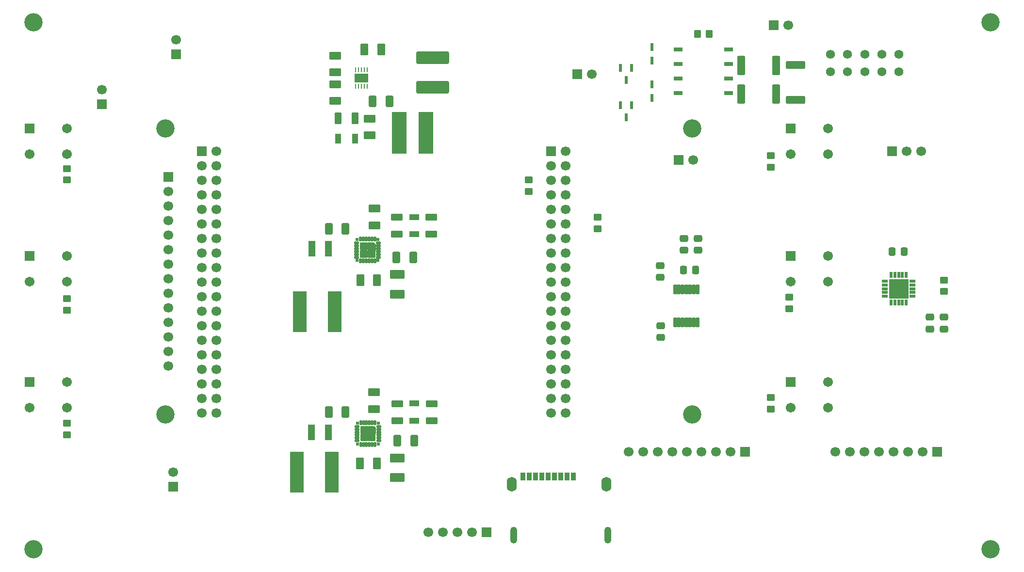
<source format=gbr>
%TF.GenerationSoftware,KiCad,Pcbnew,9.0.7*%
%TF.CreationDate,2026-02-03T11:04:19-04:00*%
%TF.ProjectId,power regulation,706f7765-7220-4726-9567-756c6174696f,1*%
%TF.SameCoordinates,Original*%
%TF.FileFunction,Soldermask,Top*%
%TF.FilePolarity,Negative*%
%FSLAX46Y46*%
G04 Gerber Fmt 4.6, Leading zero omitted, Abs format (unit mm)*
G04 Created by KiCad (PCBNEW 9.0.7) date 2026-02-03 11:04:19*
%MOMM*%
%LPD*%
G01*
G04 APERTURE LIST*
G04 Aperture macros list*
%AMRoundRect*
0 Rectangle with rounded corners*
0 $1 Rounding radius*
0 $2 $3 $4 $5 $6 $7 $8 $9 X,Y pos of 4 corners*
0 Add a 4 corners polygon primitive as box body*
4,1,4,$2,$3,$4,$5,$6,$7,$8,$9,$2,$3,0*
0 Add four circle primitives for the rounded corners*
1,1,$1+$1,$2,$3*
1,1,$1+$1,$4,$5*
1,1,$1+$1,$6,$7*
1,1,$1+$1,$8,$9*
0 Add four rect primitives between the rounded corners*
20,1,$1+$1,$2,$3,$4,$5,0*
20,1,$1+$1,$4,$5,$6,$7,0*
20,1,$1+$1,$6,$7,$8,$9,0*
20,1,$1+$1,$8,$9,$2,$3,0*%
G04 Aperture macros list end*
%ADD10C,0.010000*%
%ADD11R,2.463800X7.112000*%
%ADD12R,1.700000X1.700000*%
%ADD13C,1.700000*%
%ADD14R,1.803400X1.117600*%
%ADD15RoundRect,0.250000X0.450000X-0.350000X0.450000X0.350000X-0.450000X0.350000X-0.450000X-0.350000X0*%
%ADD16RoundRect,0.250000X-0.475000X0.337500X-0.475000X-0.337500X0.475000X-0.337500X0.475000X0.337500X0*%
%ADD17R,0.584200X1.473200*%
%ADD18R,1.168400X2.692400*%
%ADD19RoundRect,0.175500X0.526500X0.836500X-0.526500X0.836500X-0.526500X-0.836500X0.526500X-0.836500X0*%
%ADD20C,3.200000*%
%ADD21RoundRect,0.102000X0.885000X-0.525000X0.885000X0.525000X-0.885000X0.525000X-0.885000X-0.525000X0*%
%ADD22RoundRect,0.102000X-0.754000X-0.754000X0.754000X-0.754000X0.754000X0.754000X-0.754000X0.754000X0*%
%ADD23C,1.712000*%
%ADD24RoundRect,0.102000X0.525000X0.885000X-0.525000X0.885000X-0.525000X-0.885000X0.525000X-0.885000X0*%
%ADD25RoundRect,0.249999X1.425001X-0.450001X1.425001X0.450001X-1.425001X0.450001X-1.425001X-0.450001X0*%
%ADD26RoundRect,0.102000X-1.150000X0.625000X-1.150000X-0.625000X1.150000X-0.625000X1.150000X0.625000X0*%
%ADD27RoundRect,0.275500X2.586500X-0.826500X2.586500X0.826500X-2.586500X0.826500X-2.586500X-0.826500X0*%
%ADD28RoundRect,0.250000X-0.350000X-0.450000X0.350000X-0.450000X0.350000X0.450000X-0.350000X0.450000X0*%
%ADD29R,0.508000X1.320800*%
%ADD30R,1.117600X1.803400*%
%ADD31RoundRect,0.175500X-0.836500X0.526500X-0.836500X-0.526500X0.836500X-0.526500X0.836500X0.526500X0*%
%ADD32RoundRect,0.170500X-0.511500X-0.816500X0.511500X-0.816500X0.511500X0.816500X-0.511500X0.816500X0*%
%ADD33RoundRect,0.102000X-0.885000X0.570000X-0.885000X-0.570000X0.885000X-0.570000X0.885000X0.570000X0*%
%ADD34R,1.650000X0.700000*%
%ADD35RoundRect,0.065500X0.456500X0.196500X-0.456500X0.196500X-0.456500X-0.196500X0.456500X-0.196500X0*%
%ADD36RoundRect,0.065500X0.196500X0.456500X-0.196500X0.456500X-0.196500X-0.456500X0.196500X-0.456500X0*%
%ADD37RoundRect,0.102000X1.625000X1.625000X-1.625000X1.625000X-1.625000X-1.625000X1.625000X-1.625000X0*%
%ADD38RoundRect,0.250000X0.475000X-0.337500X0.475000X0.337500X-0.475000X0.337500X-0.475000X-0.337500X0*%
%ADD39RoundRect,0.170500X0.511500X0.816500X-0.511500X0.816500X-0.511500X-0.816500X0.511500X-0.816500X0*%
%ADD40RoundRect,0.249999X-0.450001X-1.425001X0.450001X-1.425001X0.450001X1.425001X-0.450001X1.425001X0*%
%ADD41RoundRect,0.102000X-0.350000X-0.600000X0.350000X-0.600000X0.350000X0.600000X-0.350000X0.600000X0*%
%ADD42O,1.754000X2.554000*%
%ADD43O,1.254000X2.904000*%
%ADD44RoundRect,0.250000X0.337500X0.475000X-0.337500X0.475000X-0.337500X-0.475000X0.337500X-0.475000X0*%
%ADD45RoundRect,0.102000X0.885000X-0.565000X0.885000X0.565000X-0.885000X0.565000X-0.885000X-0.565000X0*%
%ADD46RoundRect,0.250000X-0.450000X0.350000X-0.450000X-0.350000X0.450000X-0.350000X0.450000X0.350000X0*%
%ADD47RoundRect,0.102000X-0.125000X0.350000X-0.125000X-0.350000X0.125000X-0.350000X0.125000X0.350000X0*%
%ADD48RoundRect,0.102000X-0.350000X0.125000X-0.350000X-0.125000X0.350000X-0.125000X0.350000X0.125000X0*%
%ADD49RoundRect,0.102000X-0.562500X0.562500X-0.562500X-0.562500X0.562500X-0.562500X0.562500X0.562500X0*%
%ADD50RoundRect,0.102000X-0.187500X0.187500X-0.187500X-0.187500X0.187500X-0.187500X0.187500X0.187500X0*%
%ADD51R,0.254000X0.812800*%
%ADD52R,2.483491X1.558110*%
%ADD53C,1.574800*%
%ADD54RoundRect,0.175500X0.836500X-0.526500X0.836500X0.526500X-0.836500X0.526500X-0.836500X-0.526500X0*%
%ADD55RoundRect,0.102000X-0.885000X0.525000X-0.885000X-0.525000X0.885000X-0.525000X0.885000X0.525000X0*%
%ADD56RoundRect,0.076750X-0.230250X0.775250X-0.230250X-0.775250X0.230250X-0.775250X0.230250X0.775250X0*%
%ADD57RoundRect,0.175500X-0.526500X-0.836500X0.526500X-0.836500X0.526500X0.836500X-0.526500X0.836500X0*%
%ADD58R,2.590800X7.289800*%
G04 APERTURE END LIST*
D10*
%TO.C,U2*%
X133137500Y-84708000D02*
X133137500Y-85750000D01*
X131812500Y-85750000D01*
X131812500Y-84425000D01*
X132854500Y-84425000D01*
X133137500Y-84708000D01*
G36*
X133137500Y-84708000D02*
G01*
X133137500Y-85750000D01*
X131812500Y-85750000D01*
X131812500Y-84425000D01*
X132854500Y-84425000D01*
X133137500Y-84708000D01*
G37*
%TO.C,U1*%
X133184500Y-116765500D02*
X133184500Y-117807500D01*
X131859500Y-117807500D01*
X131859500Y-116482500D01*
X132901500Y-116482500D01*
X133184500Y-116765500D01*
G36*
X133184500Y-116765500D02*
G01*
X133184500Y-117807500D01*
X131859500Y-117807500D01*
X131859500Y-116482500D01*
X132901500Y-116482500D01*
X133184500Y-116765500D01*
G37*
%TD*%
D11*
%TO.C,C18*%
X125573400Y-124500000D03*
X119426600Y-124500000D03*
%TD*%
%TO.C,C28*%
X119926600Y-96500000D03*
X126073400Y-96500000D03*
%TD*%
D12*
%TO.C,STM_CN10*%
X163862500Y-68500000D03*
D13*
X166402500Y-68500000D03*
X163862500Y-71040000D03*
X166402500Y-71040000D03*
X163862500Y-73580000D03*
X166402500Y-73580000D03*
X163862500Y-76120000D03*
X166402500Y-76120000D03*
X163862500Y-78660000D03*
X166402500Y-78660000D03*
X163862500Y-81200000D03*
X166402500Y-81200000D03*
X163862500Y-83740000D03*
X166402500Y-83740000D03*
X163862500Y-86280000D03*
X166402500Y-86280000D03*
X163862500Y-88820000D03*
X166402500Y-88820000D03*
X163862500Y-91360000D03*
X166402500Y-91360000D03*
X163862500Y-93900000D03*
X166402500Y-93900000D03*
X163862500Y-96440000D03*
X166402500Y-96440000D03*
X163862500Y-98980000D03*
X166402500Y-98980000D03*
X163862500Y-101520000D03*
X166402500Y-101520000D03*
X163862500Y-104060000D03*
X166402500Y-104060000D03*
X163862500Y-106600000D03*
X166402500Y-106600000D03*
X163862500Y-109140000D03*
X166402500Y-109140000D03*
X163862500Y-111680000D03*
X166402500Y-111680000D03*
X163862500Y-114220000D03*
X166402500Y-114220000D03*
%TD*%
D12*
%TO.C,J1*%
X168412500Y-55000000D03*
D13*
X170952500Y-55000000D03*
%TD*%
D14*
%TO.C,C26*%
X139912500Y-80001400D03*
X139912500Y-82998600D03*
%TD*%
D15*
%TO.C,RB2*%
X79337500Y-96250000D03*
X79337500Y-94250000D03*
%TD*%
D16*
%TO.C,C40*%
X229912500Y-97462500D03*
X229912500Y-99537500D03*
%TD*%
D17*
%TO.C,M1*%
X177862501Y-53933200D03*
X175962499Y-53933200D03*
X176912500Y-56066800D03*
%TD*%
D18*
%TO.C,L1*%
X124932700Y-117557500D03*
X121986300Y-117557500D03*
%TD*%
D19*
%TO.C,C13*%
X133419500Y-123057500D03*
X130499500Y-123057500D03*
%TD*%
D12*
%TO.C,+ Ref_Res -*%
X202725000Y-46500000D03*
D13*
X205265000Y-46500000D03*
%TD*%
D20*
%TO.C,REF\u002A\u002A*%
X240500000Y-46000000D03*
%TD*%
D21*
%TO.C,R23*%
X142912500Y-82970000D03*
X142912500Y-80000000D03*
%TD*%
D22*
%TO.C,PB-5*%
X205662500Y-86750000D03*
D23*
X212162500Y-86750000D03*
X205662500Y-91250000D03*
X212162500Y-91250000D03*
%TD*%
D24*
%TO.C,R32*%
X129647500Y-62750000D03*
X126677500Y-62750000D03*
%TD*%
D25*
%TO.C,Rref*%
X206500000Y-59550000D03*
X206500000Y-53450000D03*
%TD*%
D26*
%TO.C,R11*%
X136959500Y-122057500D03*
X136959500Y-125507500D03*
%TD*%
D27*
%TO.C,C31*%
X143162500Y-57355000D03*
X143162500Y-52145000D03*
%TD*%
D12*
%TO.C,RTD*%
X223332500Y-68500000D03*
D13*
X225872500Y-68500000D03*
X228412500Y-68500000D03*
%TD*%
D14*
%TO.C,C16*%
X139959500Y-112558900D03*
X139959500Y-115556100D03*
%TD*%
D28*
%TO.C,R_sink3*%
X189412500Y-48000000D03*
X191412500Y-48000000D03*
%TD*%
D22*
%TO.C,PB-4*%
X205662500Y-64500000D03*
D23*
X212162500Y-64500000D03*
X205662500Y-69000000D03*
X212162500Y-69000000D03*
%TD*%
D29*
%TO.C,D2*%
X181412500Y-56806200D03*
X181412500Y-59193800D03*
%TD*%
D12*
%TO.C,MAX31856*%
X197660000Y-121000000D03*
D13*
X195120000Y-121000000D03*
X192580000Y-121000000D03*
X190040000Y-121000000D03*
X187500000Y-121000000D03*
X184960000Y-121000000D03*
X182420000Y-121000000D03*
X179880000Y-121000000D03*
X177340000Y-121000000D03*
%TD*%
D15*
%TO.C,R_sink2*%
X159912500Y-75500000D03*
X159912500Y-73500000D03*
%TD*%
D16*
%TO.C,C35*%
X182912500Y-88462500D03*
X182912500Y-90537500D03*
%TD*%
D30*
%TO.C,C32*%
X129661100Y-66250000D03*
X126663900Y-66250000D03*
%TD*%
D22*
%TO.C,PB-6*%
X205662500Y-108750000D03*
D23*
X212162500Y-108750000D03*
X205662500Y-113250000D03*
X212162500Y-113250000D03*
%TD*%
D31*
%TO.C,C17*%
X132959500Y-110597500D03*
X132959500Y-113517500D03*
%TD*%
D32*
%TO.C,C29*%
X125047000Y-82000000D03*
X127953000Y-82000000D03*
%TD*%
D33*
%TO.C,R31*%
X126162500Y-51810000D03*
X126162500Y-54690000D03*
%TD*%
D34*
%TO.C,U4*%
X185987500Y-50690000D03*
X185987500Y-53230000D03*
X185987500Y-55770000D03*
X185987500Y-58310000D03*
X194837500Y-58310000D03*
X194837500Y-55770000D03*
X194837500Y-53230000D03*
X194837500Y-50690000D03*
%TD*%
D35*
%TO.C,U6*%
X226935000Y-93800000D03*
X226935000Y-93150000D03*
X226935000Y-92500000D03*
X226935000Y-91850000D03*
X226935000Y-91200000D03*
D36*
X225800000Y-90065000D03*
X225150000Y-90065000D03*
X224500000Y-90065000D03*
X223850000Y-90065000D03*
X223200000Y-90065000D03*
D35*
X222065000Y-91200000D03*
X222065000Y-91850000D03*
X222065000Y-92500000D03*
X222065000Y-93150000D03*
X222065000Y-93800000D03*
D36*
X223200000Y-94935000D03*
X223850000Y-94935000D03*
X224500000Y-94935000D03*
X225150000Y-94935000D03*
X225800000Y-94935000D03*
D37*
X224500000Y-92500000D03*
%TD*%
D38*
%TO.C,C39*%
X232412500Y-99537500D03*
X232412500Y-97462500D03*
%TD*%
D39*
%TO.C,C33*%
X135615500Y-59750000D03*
X132709500Y-59750000D03*
%TD*%
D40*
%TO.C,Rh2*%
X197000000Y-58500000D03*
X203100000Y-58500000D03*
%TD*%
D21*
%TO.C,R13*%
X142959500Y-115541100D03*
X142959500Y-112571100D03*
%TD*%
D39*
%TO.C,C25*%
X139750000Y-87000000D03*
X136844000Y-87000000D03*
%TD*%
D41*
%TO.C,SD_Reader*%
X167750000Y-125300000D03*
X166650000Y-125300000D03*
X165550000Y-125300000D03*
X164450000Y-125300000D03*
X163350000Y-125300000D03*
X162250000Y-125300000D03*
X161150000Y-125300000D03*
X160050000Y-125300000D03*
X158950000Y-125300000D03*
D42*
X157000000Y-126650000D03*
X173450000Y-126650000D03*
D43*
X157300000Y-135550000D03*
X173700000Y-135550000D03*
%TD*%
D16*
%TO.C,C30*%
X183000000Y-98962500D03*
X183000000Y-101037500D03*
%TD*%
D22*
%TO.C,PB-3*%
X72837500Y-108750000D03*
D23*
X79337500Y-108750000D03*
X72837500Y-113250000D03*
X79337500Y-113250000D03*
%TD*%
D16*
%TO.C,C36*%
X187012500Y-83692500D03*
X187012500Y-85767500D03*
%TD*%
D40*
%TO.C,Rh1*%
X197000000Y-53500000D03*
X203100000Y-53500000D03*
%TD*%
D12*
%TO.C,J3*%
X85385000Y-60275000D03*
D13*
X85385000Y-57735000D03*
%TD*%
D44*
%TO.C,C37*%
X189050000Y-89230000D03*
X186975000Y-89230000D03*
%TD*%
D20*
%TO.C,REF\u002A\u002A*%
X73500000Y-138000000D03*
%TD*%
D15*
%TO.C,RB1*%
X79337500Y-73500000D03*
X79337500Y-71500000D03*
%TD*%
D12*
%TO.C,TFT_DISPLAY_Pinout*%
X97000000Y-72960000D03*
D13*
X97000000Y-75500000D03*
X97000000Y-78040000D03*
X97000000Y-80580000D03*
X97000000Y-83120000D03*
X97000000Y-85660000D03*
X97000000Y-88200000D03*
X97000000Y-90740000D03*
X97000000Y-93280000D03*
X97000000Y-95820000D03*
X97000000Y-98360000D03*
X97000000Y-100900000D03*
X97000000Y-103440000D03*
X97000000Y-105980000D03*
%TD*%
D12*
%TO.C,MAX31865*%
X231200000Y-121000000D03*
D13*
X228660000Y-121000000D03*
X226120000Y-121000000D03*
X223580000Y-121000000D03*
X221040000Y-121000000D03*
X218500000Y-121000000D03*
X215960000Y-121000000D03*
X213420000Y-121000000D03*
%TD*%
D18*
%TO.C,L2*%
X125000000Y-85500000D03*
X122053600Y-85500000D03*
%TD*%
D12*
%TO.C,J2*%
X97912500Y-127040000D03*
D13*
X97912500Y-124500000D03*
%TD*%
D45*
%TO.C,R33*%
X126162500Y-59670000D03*
X126162500Y-56830000D03*
%TD*%
D46*
%TO.C,Rref*%
X232412500Y-91000000D03*
X232412500Y-93000000D03*
%TD*%
D22*
%TO.C,PB-1*%
X72837500Y-64500000D03*
D23*
X79337500Y-64500000D03*
X72837500Y-69000000D03*
X79337500Y-69000000D03*
%TD*%
D47*
%TO.C,U2*%
X133062500Y-83850000D03*
X132562500Y-83850000D03*
X132062500Y-83850000D03*
X131562500Y-83850000D03*
X131062500Y-83850000D03*
X130562500Y-83850000D03*
D48*
X129912500Y-84500000D03*
X129912500Y-85000000D03*
X129912500Y-85500000D03*
X129912500Y-86000000D03*
X129912500Y-86500000D03*
X129912500Y-87000000D03*
D47*
X130562500Y-87650000D03*
X131062500Y-87650000D03*
X131562500Y-87650000D03*
X132062500Y-87650000D03*
X132562500Y-87650000D03*
X133062500Y-87650000D03*
D48*
X133712500Y-87000000D03*
X133712500Y-86500000D03*
X133712500Y-86000000D03*
X133712500Y-85500000D03*
X133712500Y-85000000D03*
X133712500Y-84500000D03*
D49*
X132475000Y-86412500D03*
X131150000Y-85087500D03*
X131150000Y-86412500D03*
D50*
X133625000Y-83937500D03*
X133625000Y-87562500D03*
X130000000Y-83937500D03*
X130000000Y-87562500D03*
%TD*%
D51*
%TO.C,U3*%
X131709500Y-54250000D03*
X131209498Y-54250000D03*
X130709499Y-54250000D03*
X130209500Y-54250000D03*
X129709498Y-54250000D03*
X129709498Y-57145600D03*
X130209500Y-57145600D03*
X130709499Y-57145600D03*
X131209498Y-57145600D03*
X131709500Y-57145600D03*
D52*
X130706647Y-55677906D03*
%TD*%
D53*
%TO.C,Connector*%
X212572902Y-51564301D03*
X215572901Y-51564301D03*
X218572900Y-51564301D03*
X221572899Y-51564301D03*
X224572898Y-51564301D03*
X212572902Y-54564300D03*
X215572901Y-54564300D03*
X218572900Y-54564300D03*
X221572899Y-54564300D03*
X224572898Y-54564300D03*
%TD*%
D54*
%TO.C,C34*%
X132162500Y-65710000D03*
X132162500Y-62790000D03*
%TD*%
D19*
%TO.C,C23*%
X133460000Y-91000000D03*
X130540000Y-91000000D03*
%TD*%
D55*
%TO.C,R12*%
X136959500Y-112571100D03*
X136959500Y-115541100D03*
%TD*%
D20*
%TO.C,hole*%
X96500000Y-64500000D03*
%TD*%
%TO.C,REF\u002A\u002A*%
X73500000Y-46000000D03*
%TD*%
D31*
%TO.C,C27*%
X133000000Y-78500000D03*
X133000000Y-81420000D03*
%TD*%
D20*
%TO.C,hole*%
X188500000Y-114500000D03*
%TD*%
D12*
%TO.C,GPS_Pinout*%
X152580000Y-135000000D03*
D13*
X150040000Y-135000000D03*
X147500000Y-135000000D03*
X144960000Y-135000000D03*
X142420000Y-135000000D03*
%TD*%
D15*
%TO.C,RB3*%
X79337500Y-118000000D03*
X79337500Y-116000000D03*
%TD*%
%TO.C,RB4*%
X202162500Y-71250000D03*
X202162500Y-69250000D03*
%TD*%
D32*
%TO.C,C19*%
X125006500Y-114057500D03*
X127912500Y-114057500D03*
%TD*%
D12*
%TO.C,Thermocouple*%
X186087500Y-70000000D03*
D13*
X188627500Y-70000000D03*
%TD*%
D56*
%TO.C,U5*%
X189362500Y-92615000D03*
X188712500Y-92615000D03*
X188062500Y-92615000D03*
X187412500Y-92615000D03*
X186762500Y-92615000D03*
X186112500Y-92615000D03*
X185462500Y-92615000D03*
X185462500Y-98385000D03*
X186112500Y-98385000D03*
X186762500Y-98385000D03*
X187412500Y-98385000D03*
X188062500Y-98385000D03*
X188712500Y-98385000D03*
X189362500Y-98385000D03*
%TD*%
D26*
%TO.C,R21*%
X137000000Y-90000000D03*
X137000000Y-93450000D03*
%TD*%
D22*
%TO.C,PB-2*%
X72837500Y-86750000D03*
D23*
X79337500Y-86750000D03*
X72837500Y-91250000D03*
X79337500Y-91250000D03*
%TD*%
D12*
%TO.C,J1*%
X98412500Y-51540000D03*
D13*
X98412500Y-49000000D03*
%TD*%
D39*
%TO.C,C15*%
X139912500Y-119057500D03*
X137006500Y-119057500D03*
%TD*%
D15*
%TO.C,RB5*%
X205412500Y-96000000D03*
X205412500Y-94000000D03*
%TD*%
D20*
%TO.C,hole*%
X188500000Y-64500000D03*
%TD*%
D57*
%TO.C,C1*%
X131249500Y-50750000D03*
X134169500Y-50750000D03*
%TD*%
D17*
%TO.C,M2*%
X177862501Y-60433200D03*
X175962499Y-60433200D03*
X176912500Y-62566800D03*
%TD*%
D46*
%TO.C,RB6*%
X202162500Y-111500000D03*
X202162500Y-113500000D03*
%TD*%
D55*
%TO.C,R22*%
X136912500Y-80015000D03*
X136912500Y-82985000D03*
%TD*%
D15*
%TO.C,R_sink1*%
X171912500Y-82000000D03*
X171912500Y-80000000D03*
%TD*%
D20*
%TO.C,hole*%
X96500000Y-114500000D03*
%TD*%
%TO.C,REF\u002A\u002A*%
X240500000Y-138000000D03*
%TD*%
D44*
%TO.C,C41*%
X225450000Y-86000000D03*
X223375000Y-86000000D03*
%TD*%
D58*
%TO.C,L3*%
X137313000Y-65250000D03*
X142012000Y-65250000D03*
%TD*%
D29*
%TO.C,D1*%
X181412500Y-50306200D03*
X181412500Y-52693800D03*
%TD*%
D38*
%TO.C,C38*%
X189512500Y-85767500D03*
X189512500Y-83692500D03*
%TD*%
D12*
%TO.C,STM_CN7*%
X102862500Y-68500000D03*
D13*
X105402500Y-68500000D03*
X102862500Y-71040000D03*
X105402500Y-71040000D03*
X102862500Y-73580000D03*
X105402500Y-73580000D03*
X102862500Y-76120000D03*
X105402500Y-76120000D03*
X102862500Y-78660000D03*
X105402500Y-78660000D03*
X102862500Y-81200000D03*
X105402500Y-81200000D03*
X102862500Y-83740000D03*
X105402500Y-83740000D03*
X102862500Y-86280000D03*
X105402500Y-86280000D03*
X102862500Y-88820000D03*
X105402500Y-88820000D03*
X102862500Y-91360000D03*
X105402500Y-91360000D03*
X102862500Y-93900000D03*
X105402500Y-93900000D03*
X102862500Y-96440000D03*
X105402500Y-96440000D03*
X102862500Y-98980000D03*
X105402500Y-98980000D03*
X102862500Y-101520000D03*
X105402500Y-101520000D03*
X102862500Y-104060000D03*
X105402500Y-104060000D03*
X102862500Y-106600000D03*
X105402500Y-106600000D03*
X102862500Y-109140000D03*
X105402500Y-109140000D03*
X102862500Y-111680000D03*
X105402500Y-111680000D03*
X102862500Y-114220000D03*
X105402500Y-114220000D03*
%TD*%
D47*
%TO.C,U1*%
X133109500Y-115907500D03*
X132609500Y-115907500D03*
X132109500Y-115907500D03*
X131609500Y-115907500D03*
X131109500Y-115907500D03*
X130609500Y-115907500D03*
D48*
X129959500Y-116557500D03*
X129959500Y-117057500D03*
X129959500Y-117557500D03*
X129959500Y-118057500D03*
X129959500Y-118557500D03*
X129959500Y-119057500D03*
D47*
X130609500Y-119707500D03*
X131109500Y-119707500D03*
X131609500Y-119707500D03*
X132109500Y-119707500D03*
X132609500Y-119707500D03*
X133109500Y-119707500D03*
D48*
X133759500Y-119057500D03*
X133759500Y-118557500D03*
X133759500Y-118057500D03*
X133759500Y-117557500D03*
X133759500Y-117057500D03*
X133759500Y-116557500D03*
D49*
X132522000Y-118470000D03*
X131197000Y-117145000D03*
X131197000Y-118470000D03*
D50*
X133672000Y-115995000D03*
X133672000Y-119620000D03*
X130047000Y-115995000D03*
X130047000Y-119620000D03*
%TD*%
M02*

</source>
